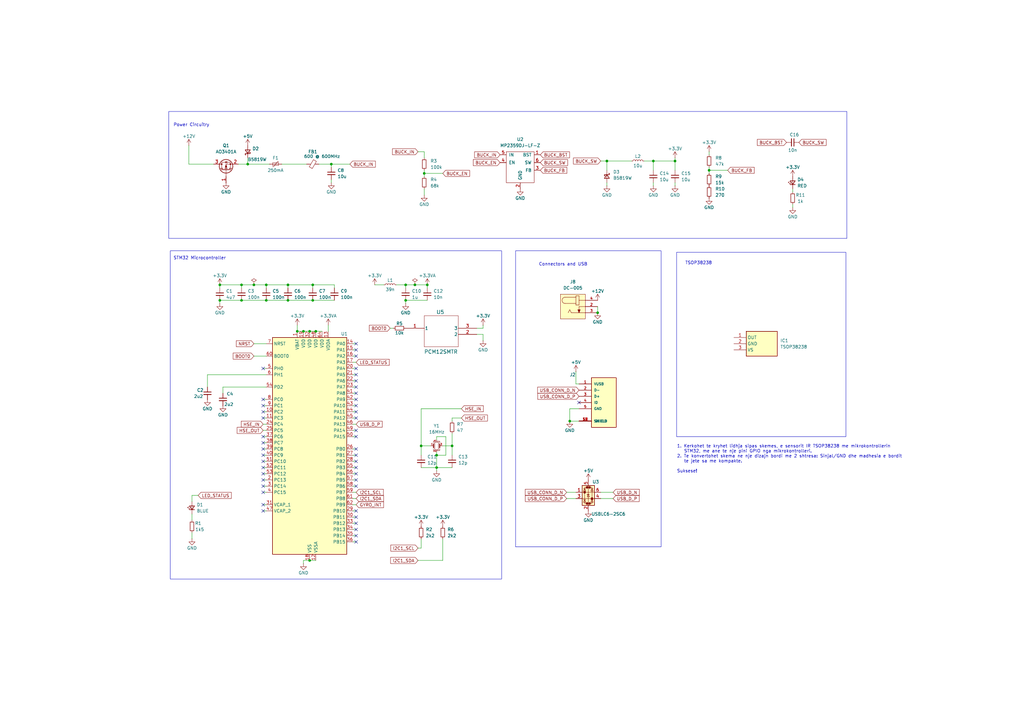
<source format=kicad_sch>
(kicad_sch (version 20231120) (generator "eeschema") (generator_version "8.0")
  (paper "A3")
  (lib_symbols
    (symbol "10118193-0001LF:10118193-0001LF" (pin_names (offset 1.016))
      (property "Reference" "J" (at -5.0817 10.9286 0))
      (property "Value" "10118193-0001LF" (at -5.0819 -12.7097 0))
      (symbol "10118193-0001LF_0_0"
        (pin passive line (at -10.16 7.62 0) (length 5.08) (name "VUSB") (number "1"))
        (pin passive line (at -10.16 5.08 0) (length 5.08) (name "D-") (number "2"))
        (pin passive line (at -10.16 2.54 0) (length 5.08) (name "D+") (number "3"))
        (pin passive line (at -10.16 0 0) (length 5.08) (name "ID") (number "4"))
        (pin passive line (at -10.16 -2.54 0) (length 5.08) (name "GND") (number "5"))
        (pin passive line (at -10.16 -7.62 0) (length 5.08) (name "SHIELD") (number "S1"))
        (pin passive line (at -10.16 -7.62 0) (length 5.08) (name "SHIELD") (number "S2"))
        (pin passive line (at -10.16 -7.62 0) (length 5.08) (name "SHIELD") (number "S3"))
        (pin passive line (at -10.16 -7.62 0) (length 5.08) (name "SHIELD") (number "S4"))
        (pin passive line (at -10.16 -7.62 0) (length 5.08) (name "SHIELD") (number "S5"))
        (pin passive line (at -10.16 -7.62 0) (length 5.08) (name "SHIELD") (number "S6"))
      )
    )
    (symbol "2024-11-09_23-25-21:PCM12SMTR" (pin_names (offset 0.254))
      (property "Reference" "U5" (at 20.32 10.16 0))
      (property "Value" "PCM12SMTR" (at 20.32 7.62 0))
      (symbol "PCM12SMTR_1_1"
        (pin unspecified line (at 0 0 0) (length 7.62) (name "1") (number "1"))
        (pin unspecified line (at 29.21 -2.54 180) (length 7.62) (name "2") (number "2"))
        (pin unspecified line (at 29.21 0 180) (length 7.62) (name "3") (number "3"))
      )
    )
    (symbol "DC-005:DC-005" (pin_names (offset 1.016))
      (property "Reference" "J" (at -5.0943 5.5976 0))
      (property "Value" "DC-005" (at -5.0995 -7.6398 0))
      (symbol "DC-005_0_0"
        (pin passive line (at 10.16 0 180) (length 5.08) (name "~") (number "2"))
        (pin passive line (at 10.16 -2.54 180) (length 5.08) (name "~") (number "3"))
        (pin passive line (at 10.16 2.54 180) (length 5.08) (name "~") (number "4"))
      )
    )
    (symbol "Device:C_Small" (pin_numbers hide) (pin_names (offset 0.254) hide)
      (property "Reference" "C" (at 0.254 1.778 0))
      (property "Value" "C_Small" (at 0.254 -2.032 0))
      (symbol "C_Small_1_1"
        (pin passive line (at 0 2.54 270) (length 2.032) (name "~") (number "1"))
        (pin passive line (at 0 -2.54 90) (length 2.032) (name "~") (number "2"))
      )
    )
    (symbol "Device:Crystal_GND24_Small" (pin_names (offset 1.016) hide)
      (property "Reference" "Y" (at 1.27 4.445 0))
      (property "Value" "Crystal_GND24_Small" (at 1.27 2.54 0))
      (symbol "Crystal_GND24_Small_1_1"
        (pin passive line (at -2.54 0 0) (length 1.27) (name "1") (number "1"))
        (pin passive line (at 0 -2.54 90) (length 0.635) (name "2") (number "2"))
        (pin passive line (at 2.54 0 180) (length 1.27) (name "3") (number "3"))
        (pin passive line (at 0 2.54 270) (length 0.635) (name "4") (number "4"))
      )
    )
    (symbol "Device:D_Schottky_Small" (pin_numbers hide) (pin_names (offset 0.254) hide)
      (property "Reference" "D" (at -1.27 2.032 0))
      (property "Value" "D_Schottky_Small" (at -7.112 -2.032 0))
      (symbol "D_Schottky_Small_1_1"
        (pin passive line (at -2.54 0 0) (length 1.778) (name "K") (number "1"))
        (pin passive line (at 2.54 0 180) (length 1.778) (name "A") (number "2"))
      )
    )
    (symbol "Device:Ferrite_Bead_Small" (pin_numbers hide) (pin_names (offset 0))
      (property "Reference" "FB" (at 1.905 1.27 0))
      (property "Value" "Device_Ferrite_Bead_Small" (at 1.905 -1.27 0))
      (symbol "Ferrite_Bead_Small_1_1"
        (pin passive line (at 0 2.54 270) (length 1.27) (name "~") (number "1"))
        (pin passive line (at 0 -2.54 90) (length 1.27) (name "~") (number "2"))
      )
    )
    (symbol "Device:LED_Small" (pin_numbers hide) (pin_names (offset 0.254) hide)
      (property "Reference" "D" (at -1.27 3.175 0))
      (property "Value" "LED_Small" (at -4.445 -2.54 0))
      (symbol "LED_Small_1_1"
        (pin passive line (at -2.54 0 0) (length 1.778) (name "K") (number "1"))
        (pin passive line (at 2.54 0 180) (length 1.778) (name "A") (number "2"))
      )
    )
    (symbol "Device:L_Small" (pin_numbers hide) (pin_names (offset 0.254) hide)
      (property "Reference" "L" (at 0.762 1.016 0))
      (property "Value" "L_Small" (at 0.762 -1.016 0))
      (symbol "L_Small_1_1"
        (pin passive line (at 0 2.54 270) (length 0.508) (name "~") (number "1"))
        (pin passive line (at 0 -2.54 90) (length 0.508) (name "~") (number "2"))
      )
    )
    (symbol "Device:Polyfuse_Small" (pin_numbers hide) (pin_names (offset 0))
      (property "Reference" "F" (at -1.905 0 90))
      (property "Value" "Polyfuse_Small" (at 1.905 0 90))
      (symbol "Polyfuse_Small_1_1"
        (pin passive line (at 0 2.54 270) (length 0.635) (name "~") (number "1"))
        (pin passive line (at 0 -2.54 90) (length 0.635) (name "~") (number "2"))
      )
    )
    (symbol "Device:R_Small" (pin_numbers hide) (pin_names (offset 0.254) hide)
      (property "Reference" "R" (at 0.762 0.508 0))
      (property "Value" "R_Small" (at 0.762 -1.016 0))
      (symbol "R_Small_1_1"
        (pin passive line (at 0 2.54 270) (length 0.762) (name "~") (number "1"))
        (pin passive line (at 0 -2.54 90) (length 0.762) (name "~") (number "2"))
      )
    )
    (symbol "MCU_ST_STM32F4:STM32F405RGTx"
      (property "Reference" "U1" (at 14.224 47.244 0))
      (property "Value" "STM32F405RGT6" (at 12.7 -44.45 0))
      (symbol "STM32F405RGTx_1_1"
        (pin power_in line (at -5.08 48.26 270) (length 2.54) (name "VBAT") (number "1"))
        (pin bidirectional line (at -17.78 15.24 0) (length 2.54) (name "PC2") (number "10"))
        (pin bidirectional line (at -17.78 12.7 0) (length 2.54) (name "PC3") (number "11"))
        (pin power_in line (at 2.54 -45.72 90) (length 2.54) (name "VSSA") (number "12"))
        (pin power_in line (at 7.62 48.26 270) (length 2.54) (name "VDDA") (number "13"))
        (pin bidirectional line (at 17.78 43.18 180) (length 2.54) (name "PA0") (number "14"))
        (pin bidirectional line (at 17.78 40.64 180) (length 2.54) (name "PA1") (number "15"))
        (pin bidirectional line (at 17.78 38.1 180) (length 2.54) (name "PA2") (number "16"))
        (pin bidirectional line (at 17.78 35.56 180) (length 2.54) (name "PA3") (number "17"))
        (pin power_in line (at 0 -45.72 90) (length 2.54) (name "VSS") (number "18"))
        (pin power_in line (at -2.54 48.26 270) (length 2.54) (name "VDD") (number "19"))
        (pin bidirectional line (at -17.78 -12.7 0) (length 2.54) (name "PC13") (number "2"))
        (pin bidirectional line (at 17.78 33.02 180) (length 2.54) (name "PA4") (number "20"))
        (pin bidirectional line (at 17.78 30.48 180) (length 2.54) (name "PA5") (number "21"))
        (pin bidirectional line (at 17.78 27.94 180) (length 2.54) (name "PA6") (number "22"))
        (pin bidirectional line (at 17.78 25.4 180) (length 2.54) (name "PA7") (number "23"))
        (pin bidirectional line (at -17.78 10.16 0) (length 2.54) (name "PC4") (number "24"))
        (pin bidirectional line (at -17.78 7.62 0) (length 2.54) (name "PC5") (number "25"))
        (pin bidirectional line (at 17.78 0 180) (length 2.54) (name "PB0") (number "26"))
        (pin bidirectional line (at 17.78 -2.54 180) (length 2.54) (name "PB1") (number "27"))
        (pin bidirectional line (at 17.78 -5.08 180) (length 2.54) (name "PB2") (number "28"))
        (pin bidirectional line (at 17.78 -25.4 180) (length 2.54) (name "PB10") (number "29"))
        (pin bidirectional line (at -17.78 -15.24 0) (length 2.54) (name "PC14") (number "3"))
        (pin bidirectional line (at 17.78 -27.94 180) (length 2.54) (name "PB11") (number "30"))
        (pin power_out line (at -17.78 -22.86 0) (length 2.54) (name "VCAP_1") (number "31"))
        (pin power_in line (at 0 48.26 270) (length 2.54) (name "VDD") (number "32"))
        (pin bidirectional line (at 17.78 -30.48 180) (length 2.54) (name "PB12") (number "33"))
        (pin bidirectional line (at 17.78 -33.02 180) (length 2.54) (name "PB13") (number "34"))
        (pin bidirectional line (at 17.78 -35.56 180) (length 2.54) (name "PB14") (number "35"))
        (pin bidirectional line (at 17.78 -38.1 180) (length 2.54) (name "PB15") (number "36"))
        (pin bidirectional line (at -17.78 5.08 0) (length 2.54) (name "PC6") (number "37"))
        (pin bidirectional line (at -17.78 2.54 0) (length 2.54) (name "PC7") (number "38"))
        (pin bidirectional line (at -17.78 0 0) (length 2.54) (name "PC8") (number "39"))
        (pin bidirectional line (at -17.78 -17.78 0) (length 2.54) (name "PC15") (number "4"))
        (pin bidirectional line (at -17.78 -2.54 0) (length 2.54) (name "PC9") (number "40"))
        (pin bidirectional line (at 17.78 22.86 180) (length 2.54) (name "PA8") (number "41"))
        (pin bidirectional line (at 17.78 20.32 180) (length 2.54) (name "PA9") (number "42"))
        (pin bidirectional line (at 17.78 17.78 180) (length 2.54) (name "PA10") (number "43"))
        (pin bidirectional line (at 17.78 15.24 180) (length 2.54) (name "PA11") (number "44"))
        (pin bidirectional line (at 17.78 12.7 180) (length 2.54) (name "PA12") (number "45"))
        (pin bidirectional line (at 17.78 10.16 180) (length 2.54) (name "PA13") (number "46"))
        (pin power_out line (at -17.78 -25.4 0) (length 2.54) (name "VCAP_2") (number "47"))
        (pin power_in line (at 2.54 48.26 270) (length 2.54) (name "VDD") (number "48"))
        (pin bidirectional line (at 17.78 7.62 180) (length 2.54) (name "PA14") (number "49"))
        (pin bidirectional line (at -17.78 33.02 0) (length 2.54) (name "PH0") (number "5"))
        (pin bidirectional line (at 17.78 5.08 180) (length 2.54) (name "PA15") (number "50"))
        (pin bidirectional line (at -17.78 -5.08 0) (length 2.54) (name "PC10") (number "51"))
        (pin bidirectional line (at -17.78 -7.62 0) (length 2.54) (name "PC11") (number "52"))
        (pin bidirectional line (at -17.78 -10.16 0) (length 2.54) (name "PC12") (number "53"))
        (pin bidirectional line (at -17.78 25.4 0) (length 2.54) (name "PD2") (number "54"))
        (pin bidirectional line (at 17.78 -7.62 180) (length 2.54) (name "PB3") (number "55"))
        (pin bidirectional line (at 17.78 -10.16 180) (length 2.54) (name "PB4") (number "56"))
        (pin bidirectional line (at 17.78 -12.7 180) (length 2.54) (name "PB5") (number "57"))
        (pin bidirectional line (at 17.78 -15.24 180) (length 2.54) (name "PB6") (number "58"))
        (pin bidirectional line (at 17.78 -17.78 180) (length 2.54) (name "PB7") (number "59"))
        (pin bidirectional line (at -17.78 30.48 0) (length 2.54) (name "PH1") (number "6"))
        (pin input line (at -17.78 38.1 0) (length 2.54) (name "BOOT0") (number "60"))
        (pin bidirectional line (at 17.78 -20.32 180) (length 2.54) (name "PB8") (number "61"))
        (pin bidirectional line (at 17.78 -22.86 180) (length 2.54) (name "PB9") (number "62"))
        (pin passive line (at 0 -45.72 90) (length 2.54) hide (name "VSS") (number "63"))
        (pin power_in line (at 5.08 48.26 270) (length 2.54) (name "VDD") (number "64"))
        (pin input line (at -17.78 43.18 0) (length 2.54) (name "NRST") (number "7"))
        (pin bidirectional line (at -17.78 20.32 0) (length 2.54) (name "PC0") (number "8"))
        (pin bidirectional line (at -17.78 17.78 0) (length 2.54) (name "PC1") (number "9"))
      )
    )
    (symbol "Power_Protection:USBLC6-2SC6" (pin_names hide)
      (property "Reference" "U" (at 0.635 5.715 0))
      (property "Value" "USBLC6-2SC6" (at 0.635 3.81 0))
      (symbol "USBLC6-2SC6_1_1"
        (pin passive line (at -5.08 0 0) (length 2.54) (name "I/O1") (number "1"))
        (pin passive line (at 0 -7.62 90) (length 2.54) (name "GND") (number "2"))
        (pin passive line (at -5.08 -2.54 0) (length 2.54) (name "I/O2") (number "3"))
        (pin passive line (at 5.08 -2.54 180) (length 2.54) (name "I/O2") (number "4"))
        (pin passive line (at 0 5.08 270) (length 2.54) (name "VBUS") (number "5"))
        (pin passive line (at 5.08 0 180) (length 2.54) (name "I/O1") (number "6"))
      )
    )
    (symbol "SchmillipKiCADLibrary:MP2359DJ-LF-Z" (pin_names (offset 1.016))
      (property "Reference" "U" (at 0 9.525 0))
      (property "Value" "SchmillipKiCADLibrary_MP2359DJ-LF-Z" (at 10.16 -6.35 0))
      (symbol "MP2359DJ-LF-Z_1_1"
        (pin input line (at 8.255 6.35 180) (length 2.54) (name "BST") (number "1"))
        (pin power_in line (at 0 -7.62 90) (length 2.54) (name "GND") (number "2"))
        (pin input line (at 8.255 0 180) (length 2.54) (name "FB") (number "3"))
        (pin input line (at -8.255 3.175 0) (length 2.54) (name "EN") (number "4"))
        (pin power_in line (at -8.255 6.35 0) (length 2.54) (name "IN") (number "5"))
        (pin power_out line (at 8.255 3.175 180) (length 2.54) (name "SW") (number "6"))
      )
    )
    (symbol "TSOP38238:TSOP38238"
      (property "Reference" "IC" (at 19.05 7.62 0))
      (property "Value" "TSOP38238" (at 19.05 5.08 0))
      (symbol "TSOP38238_1_1"
        (pin passive line (at 0 0 0) (length 5.08) (name "OUT") (number "1"))
        (pin passive line (at 0 -2.54 0) (length 5.08) (name "GND") (number "2"))
        (pin passive line (at 0 -5.08 0) (length 5.08) (name "VS") (number "3"))
      )
    )
    (symbol "Transistor_FET:AO3401A" (pin_names hide)
      (property "Reference" "Q" (at 5.08 1.905 0))
      (property "Value" "AO3401A" (at 5.08 0 0))
      (symbol "AO3401A_1_1"
        (pin input line (at -5.08 0 0) (length 2.54) (name "G") (number "1"))
        (pin passive line (at 2.54 -5.08 90) (length 2.54) (name "S") (number "2"))
        (pin passive line (at 2.54 5.08 270) (length 2.54) (name "D") (number "3"))
      )
    )
    (symbol "power:+12V" (power) (pin_numbers hide) (pin_names (offset 0) hide)
      (property "Value" "+12V" (at 0 3.556 0))
      (symbol "+12V_1_1"
        (pin power_in line (at 0 0 90) (length 0) (name "~") (number "1"))
      )
    )
    (symbol "power:+3.3V" (power) (pin_numbers hide) (pin_names (offset 0) hide)
      (property "Value" "+3.3V" (at 0 3.556 0))
      (symbol "+3.3V_1_1"
        (pin power_in line (at 0 0 90) (length 0) (name "~") (number "1"))
      )
    )
    (symbol "power:+3.3VA" (power) (pin_numbers hide) (pin_names (offset 0) hide)
      (property "Value" "+3.3VA" (at 0 3.556 0))
      (symbol "+3.3VA_1_1"
        (pin power_in line (at 0 0 90) (length 0) (name "~") (number "1"))
      )
    )
    (symbol "power:+5V" (power) (pin_numbers hide) (pin_names (offset 0) hide)
      (property "Value" "+5V" (at 0 3.556 0))
      (symbol "+5V_1_1"
        (pin power_in line (at 0 0 90) (length 0) (name "~") (number "1"))
      )
    )
    (symbol "power:GND" (power) (pin_numbers hide) (pin_names (offset 0) hide)
      (property "Value" "GND" (at 0 -3.81 0))
      (symbol "GND_1_1"
        (pin power_in line (at 0 0 270) (length 0) (name "~") (number "1"))
      )
    )
    (symbol "power:PWR_FLAG" (power) (pin_numbers hide) (pin_names (offset 0) hide)
      (property "Value" "PWR_FLAG" (at 0 3.81 0))
      (symbol "PWR_FLAG_0_0"
        (pin power_out line (at 0 0 90) (length 0) (name "~") (number "1"))
      )
    )
  )
  (junction (at 129.54 135.89))
  (junction (at 99.06 123.19))
  (junction (at 172.72 182.88))
  (junction (at 90.17 123.19))
  (junction (at 179.07 191.77))
  (junction (at 127 229.87))
  (junction (at 173.99 71.12))
  (junction (at 175.26 116.84))
  (junction (at 267.97 66.04))
  (junction (at 166.37 123.19))
  (junction (at 248.92 66.04))
  (junction (at 170.18 116.84))
  (junction (at 233.68 172.72))
  (junction (at 109.22 116.84))
  (junction (at 101.6 67.31))
  (junction (at 118.11 116.84))
  (junction (at 104.14 116.84))
  (junction (at 99.06 116.84))
  (junction (at 290.83 69.85))
  (junction (at 276.86 66.04))
  (junction (at 109.22 123.19))
  (junction (at 135.89 67.31))
  (junction (at 90.17 116.84))
  (junction (at 166.37 116.84))
  (junction (at 124.46 135.89))
  (junction (at 245.11 128.27))
  (junction (at 127 135.89))
  (junction (at 128.27 123.19))
  (junction (at 128.27 116.84))
  (junction (at 118.11 123.19))
  (junction (at 179.07 186.69))
  (junction (at 121.92 135.89))
  (junction (at 185.42 182.88))
  (no_connect (at 146.05 166.37))
  (no_connect (at 107.95 166.37))
  (no_connect (at 107.95 189.23))
  (no_connect (at 146.05 156.21))
  (no_connect (at 107.95 199.39))
  (no_connect (at 107.95 196.85))
  (no_connect (at 107.95 201.93))
  (no_connect (at 107.95 186.69))
  (no_connect (at 146.05 143.51))
  (no_connect (at 146.05 158.75))
  (no_connect (at 146.05 194.31))
  (no_connect (at 107.95 207.01))
  (no_connect (at 107.95 194.31))
  (no_connect (at 146.05 179.07))
  (no_connect (at 107.95 171.45))
  (no_connect (at 146.05 212.09))
  (no_connect (at 146.05 217.17))
  (no_connect (at 146.05 184.15))
  (no_connect (at 107.95 168.91))
  (no_connect (at 146.05 219.71))
  (no_connect (at 107.95 179.07))
  (no_connect (at 146.05 189.23))
  (no_connect (at 107.95 209.55))
  (no_connect (at 146.05 146.05))
  (no_connect (at 146.05 214.63))
  (no_connect (at 107.95 184.15))
  (no_connect (at 146.05 163.83))
  (no_connect (at 146.05 176.53))
  (no_connect (at 107.95 151.13))
  (no_connect (at 107.95 181.61))
  (no_connect (at 146.05 161.29))
  (no_connect (at 146.05 186.69))
  (no_connect (at 146.05 222.25))
  (no_connect (at 146.05 209.55))
  (no_connect (at 146.05 196.85))
  (no_connect (at 146.05 140.97))
  (no_connect (at 107.95 191.77))
  (no_connect (at 146.05 171.45))
  (no_connect (at 146.05 153.67))
  (no_connect (at 146.05 191.77))
  (no_connect (at 146.05 151.13))
  (no_connect (at 107.95 163.83))
  (no_connect (at 237.49 165.1))
  (no_connect (at 146.05 168.91))
  (no_connect (at 146.05 199.39))
  (wire (pts (xy 144.78 153.67) (xy 146.05 153.67)))
  (wire (pts (xy 107.95 201.93) (xy 109.22 201.93)))
  (wire (pts (xy 107.95 163.83) (xy 109.22 163.83)))
  (wire (pts (xy 107.95 207.01) (xy 109.22 207.01)))
  (wire (pts (xy 172.72 167.64) (xy 172.72 182.88)))
  (wire (pts (xy 90.17 116.84) (xy 90.17 118.11)))
  (wire (pts (xy 179.07 180.34) (xy 179.07 179.07)))
  (wire (pts (xy 185.42 177.8) (xy 185.42 182.88)))
  (wire (pts (xy 99.06 116.84) (xy 104.14 116.84)))
  (wire (pts (xy 146.05 161.29) (xy 144.78 161.29)))
  (wire (pts (xy 128.27 118.11) (xy 128.27 116.84)))
  (wire (pts (xy 146.05 163.83) (xy 144.78 163.83)))
  (wire (pts (xy 175.26 116.84) (xy 170.18 116.84)))
  (wire (pts (xy 146.05 148.59) (xy 144.78 148.59)))
  (wire (pts (xy 237.49 167.64) (xy 233.68 167.64)))
  (wire (pts (xy 121.92 135.89) (xy 124.46 135.89)))
  (wire (pts (xy 166.37 116.84) (xy 162.56 116.84)))
  (wire (pts (xy 107.95 171.45) (xy 109.22 171.45)))
  (wire (pts (xy 107.95 199.39) (xy 109.22 199.39)))
  (wire (pts (xy 107.95 196.85) (xy 109.22 196.85)))
  (wire (pts (xy 77.47 59.69) (xy 77.47 67.31)))
  (wire (pts (xy 290.83 63.5) (xy 290.83 62.23)))
  (wire (pts (xy 146.05 209.55) (xy 144.78 209.55)))
  (wire (pts (xy 90.17 124.46) (xy 90.17 123.19)))
  (wire (pts (xy 81.28 203.2) (xy 78.74 203.2)))
  (wire (pts (xy 135.89 68.58) (xy 135.89 67.31)))
  (wire (pts (xy 233.68 172.72) (xy 237.49 172.72)))
  (wire (pts (xy 90.17 123.19) (xy 99.06 123.19)))
  (wire (pts (xy 107.95 181.61) (xy 109.22 181.61)))
  (wire (pts (xy 109.22 123.19) (xy 118.11 123.19)))
  (wire (pts (xy 290.83 69.85) (xy 290.83 71.12)))
  (wire (pts (xy 146.05 207.01) (xy 144.78 207.01)))
  (wire (pts (xy 179.07 193.04) (xy 179.07 191.77)))
  (wire (pts (xy 99.06 118.11) (xy 99.06 116.84)))
  (wire (pts (xy 173.99 71.12) (xy 173.99 69.85)))
  (wire (pts (xy 146.05 171.45) (xy 144.78 171.45)))
  (wire (pts (xy 107.95 179.07) (xy 109.22 179.07)))
  (wire (pts (xy 78.74 213.36) (xy 78.74 210.82)))
  (wire (pts (xy 198.12 137.16) (xy 195.58 137.16)))
  (wire (pts (xy 124.46 231.14) (xy 124.46 229.87)))
  (wire (pts (xy 248.92 69.85) (xy 248.92 66.04)))
  (wire (pts (xy 185.42 171.45) (xy 185.42 172.72)))
  (wire (pts (xy 248.92 66.04) (xy 246.38 66.04)))
  (wire (pts (xy 109.22 118.11) (xy 109.22 116.84)))
  (wire (pts (xy 181.61 71.12) (xy 173.99 71.12)))
  (wire (pts (xy 144.78 151.13) (xy 146.05 151.13)))
  (wire (pts (xy 91.44 161.29) (xy 91.44 158.75)))
  (wire (pts (xy 146.05 196.85) (xy 144.78 196.85)))
  (wire (pts (xy 146.05 184.15) (xy 144.78 184.15)))
  (wire (pts (xy 195.58 134.62) (xy 198.12 134.62)))
  (wire (pts (xy 104.14 146.05) (xy 109.22 146.05)))
  (wire (pts (xy 146.05 217.17) (xy 144.78 217.17)))
  (wire (pts (xy 325.12 78.74) (xy 325.12 77.47)))
  (wire (pts (xy 181.61 182.88) (xy 185.42 182.88)))
  (wire (pts (xy 171.45 229.87) (xy 181.61 229.87)))
  (wire (pts (xy 276.86 64.77) (xy 276.86 66.04)))
  (wire (pts (xy 107.95 173.99) (xy 109.22 173.99)))
  (wire (pts (xy 245.11 125.73) (xy 245.11 128.27)))
  (wire (pts (xy 110.49 67.31) (xy 101.6 67.31)))
  (wire (pts (xy 173.99 80.01) (xy 173.99 77.47)))
  (wire (pts (xy 246.38 204.47) (xy 251.46 204.47)))
  (wire (pts (xy 146.05 199.39) (xy 144.78 199.39)))
  (wire (pts (xy 179.07 185.42) (xy 179.07 186.69)))
  (wire (pts (xy 107.95 166.37) (xy 109.22 166.37)))
  (wire (pts (xy 99.06 123.19) (xy 109.22 123.19)))
  (wire (pts (xy 146.05 222.25) (xy 144.78 222.25)))
  (wire (pts (xy 182.88 179.07) (xy 182.88 186.69)))
  (wire (pts (xy 181.61 229.87) (xy 181.61 220.98)))
  (wire (pts (xy 146.05 191.77) (xy 144.78 191.77)))
  (wire (pts (xy 87.63 67.31) (xy 77.47 67.31)))
  (wire (pts (xy 107.95 189.23) (xy 109.22 189.23)))
  (wire (pts (xy 146.05 194.31) (xy 144.78 194.31)))
  (wire (pts (xy 290.83 69.85) (xy 290.83 68.58)))
  (wire (pts (xy 179.07 186.69) (xy 179.07 191.77)))
  (wire (pts (xy 276.86 66.04) (xy 267.97 66.04)))
  (wire (pts (xy 90.17 116.84) (xy 99.06 116.84)))
  (wire (pts (xy 104.14 140.97) (xy 109.22 140.97)))
  (wire (pts (xy 107.95 168.91) (xy 109.22 168.91)))
  (wire (pts (xy 124.46 135.89) (xy 127 135.89)))
  (wire (pts (xy 85.09 158.75) (xy 85.09 153.67)))
  (wire (pts (xy 128.27 123.19) (xy 137.16 123.19)))
  (wire (pts (xy 109.22 116.84) (xy 118.11 116.84)))
  (wire (pts (xy 146.05 166.37) (xy 144.78 166.37)))
  (wire (pts (xy 171.45 224.79) (xy 172.72 224.79)))
  (wire (pts (xy 143.51 67.31) (xy 135.89 67.31)))
  (wire (pts (xy 276.86 69.85) (xy 276.86 66.04)))
  (wire (pts (xy 170.18 116.84) (xy 166.37 116.84)))
  (wire (pts (xy 85.09 153.67) (xy 109.22 153.67)))
  (wire (pts (xy 97.79 67.31) (xy 101.6 67.31)))
  (wire (pts (xy 118.11 118.11) (xy 118.11 116.84)))
  (wire (pts (xy 78.74 220.98) (xy 78.74 218.44)))
  (wire (pts (xy 236.22 157.48) (xy 237.49 157.48)))
  (wire (pts (xy 134.62 133.35) (xy 134.62 135.89)))
  (wire (pts (xy 146.05 168.91) (xy 144.78 168.91)))
  (wire (pts (xy 276.86 76.2) (xy 276.86 74.93)))
  (wire (pts (xy 146.05 186.69) (xy 144.78 186.69)))
  (wire (pts (xy 171.45 62.23) (xy 173.99 62.23)))
  (wire (pts (xy 160.02 134.62) (xy 161.29 134.62)))
  (wire (pts (xy 172.72 167.64) (xy 189.23 167.64)))
  (wire (pts (xy 144.78 146.05) (xy 146.05 146.05)))
  (wire (pts (xy 107.95 176.53) (xy 109.22 176.53)))
  (wire (pts (xy 173.99 72.39) (xy 173.99 71.12)))
  (wire (pts (xy 182.88 186.69) (xy 179.07 186.69)))
  (wire (pts (xy 259.08 66.04) (xy 248.92 66.04)))
  (wire (pts (xy 233.68 167.64) (xy 233.68 172.72)))
  (wire (pts (xy 179.07 191.77) (xy 185.42 191.77)))
  (wire (pts (xy 78.74 203.2) (xy 78.74 205.74)))
  (wire (pts (xy 267.97 76.2) (xy 267.97 74.93)))
  (wire (pts (xy 298.45 69.85) (xy 290.83 69.85)))
  (wire (pts (xy 107.95 186.69) (xy 109.22 186.69)))
  (wire (pts (xy 179.07 179.07) (xy 182.88 179.07)))
  (wire (pts (xy 236.22 152.4) (xy 236.22 157.48)))
  (wire (pts (xy 101.6 64.77) (xy 101.6 67.31)))
  (wire (pts (xy 118.11 116.84) (xy 128.27 116.84)))
  (wire (pts (xy 107.95 209.55) (xy 109.22 209.55)))
  (wire (pts (xy 144.78 143.51) (xy 146.05 143.51)))
  (wire (pts (xy 198.12 134.62) (xy 198.12 133.35)))
  (wire (pts (xy 246.38 201.93) (xy 251.46 201.93)))
  (wire (pts (xy 91.44 158.75) (xy 109.22 158.75)))
  (wire (pts (xy 172.72 186.69) (xy 172.72 182.88)))
  (wire (pts (xy 232.41 204.47) (xy 236.22 204.47)))
  (wire (pts (xy 127 135.89) (xy 129.54 135.89)))
  (wire (pts (xy 118.11 123.19) (xy 128.27 123.19)))
  (wire (pts (xy 146.05 212.09) (xy 144.78 212.09)))
  (wire (pts (xy 146.05 176.53) (xy 144.78 176.53)))
  (wire (pts (xy 166.37 124.46) (xy 166.37 123.19)))
  (wire (pts (xy 232.41 201.93) (xy 236.22 201.93)))
  (wire (pts (xy 173.99 62.23) (xy 173.99 64.77)))
  (wire (pts (xy 325.12 85.09) (xy 325.12 83.82)))
  (wire (pts (xy 127 229.87) (xy 129.54 229.87)))
  (wire (pts (xy 129.54 135.89) (xy 132.08 135.89)))
  (wire (pts (xy 146.05 214.63) (xy 144.78 214.63)))
  (wire (pts (xy 146.05 173.99) (xy 144.78 173.99)))
  (wire (pts (xy 166.37 123.19) (xy 175.26 123.19)))
  (wire (pts (xy 124.46 229.87) (xy 127 229.87)))
  (wire (pts (xy 146.05 158.75) (xy 144.78 158.75)))
  (wire (pts (xy 107.95 194.31) (xy 109.22 194.31)))
  (wire (pts (xy 146.05 140.97) (xy 144.78 140.97)))
  (wire (pts (xy 175.26 118.11) (xy 175.26 116.84)))
  (wire (pts (xy 172.72 224.79) (xy 172.72 220.98)))
  (wire (pts (xy 189.23 171.45) (xy 185.42 171.45)))
  (wire (pts (xy 153.67 116.84) (xy 157.48 116.84)))
  (wire (pts (xy 146.05 201.93) (xy 144.78 201.93)))
  (wire (pts (xy 146.05 189.23) (xy 144.78 189.23)))
  (wire (pts (xy 267.97 66.04) (xy 264.16 66.04)))
  (wire (pts (xy 172.72 182.88) (xy 176.53 182.88)))
  (wire (pts (xy 135.89 67.31) (xy 130.81 67.31)))
  (wire (pts (xy 146.05 156.21) (xy 144.78 156.21)))
  (wire (pts (xy 107.95 151.13) (xy 109.22 151.13)))
  (wire (pts (xy 137.16 116.84) (xy 137.16 118.11)))
  (wire (pts (xy 146.05 204.47) (xy 144.78 204.47)))
  (wire (pts (xy 107.95 191.77) (xy 109.22 191.77)))
  (wire (pts (xy 248.92 76.2) (xy 248.92 74.93)))
  (wire (pts (xy 179.07 191.77) (xy 172.72 191.77)))
  (wire (pts (xy 267.97 69.85) (xy 267.97 66.04)))
  (wire (pts (xy 121.92 133.35) (xy 121.92 135.89)))
  (wire (pts (xy 104.14 116.84) (xy 109.22 116.84)))
  (wire (pts (xy 146.05 179.07) (xy 144.78 179.07)))
  (wire (pts (xy 135.89 74.93) (xy 135.89 73.66)))
  (wire (pts (xy 107.95 184.15) (xy 109.22 184.15)))
  (wire (pts (xy 146.05 219.71) (xy 144.78 219.71)))
  (wire (pts (xy 166.37 118.11) (xy 166.37 116.84)))
  (wire (pts (xy 185.42 186.69) (xy 185.42 182.88)))
  (wire (pts (xy 115.57 67.31) (xy 125.73 67.31)))
  (wire (pts (xy 128.27 116.84) (xy 137.16 116.84)))
  (wire (pts (xy 198.12 139.7) (xy 198.12 137.16)))
  (rectangle (start 69.215 45.72) (end 347.345 97.79))
  (rectangle (start 277.495 103.505) (end 346.964 179.07))
  (rectangle (start 211.455 102.87) (end 271.145 224.282))
  (rectangle (start 69.85 102.87) (end 205.74 237.49))
  (text "TSOP38238" (at 286.512 107.95 0) (effects (font (size 1.27 1.27))))
  (text "STM32 Microcontroller" (at 71.12 106.68 0) (effects (font (size 1.27 1.27)) (justify left bottom)))
  (text "Connectors and USB" (at 220.98 109.22 0) (effects (font (size 1.27 1.27)) (justify left bottom)))
  (text "Power Circuitry" (at 71.12 52.07 0) (effects (font (size 1.27 1.27)) (justify left bottom)))
  (text "1. Kerkohet te kryhet lidhja sipas skemes, e sensorit IR TSOP38238 me mikrokontrollerin\n   STM32, me ane te nje pini GPIO nga mikrokontrolleri.\n2. Te konvertohet skema ne nje dizajn bordi me 2 shtresa: Sinjal/GND dhe madhesia e bordit\n   te jete sa me kompakte.\n\nSuksese!" (at 277.622 188.214 0) (effects (font (size 1.27 1.27)) (justify left)))
  (global_label "BUCK_SW" (shape input) (at 327.66 58.42 0) (property "Intersheetrefs" "${INTERSHEET_REFS}" (effects (hide yes))))
  (global_label "I2C1_SDA" (shape input) (at 171.45 229.87 180) (property "Intersheetrefs" "${INTERSHEET_REFS}" (effects (hide yes))))
  (global_label "USB_D_N" (shape input) (at 251.46 201.93 0) (property "Intersheetrefs" "${INTERSHEET_REFS}" (effects (hide yes))))
  (global_label "BOOT0" (shape input) (at 160.02 134.62 180) (property "Intersheetrefs" "${INTERSHEET_REFS}" (effects (hide yes))))
  (global_label "HSE_IN" (shape input) (at 107.95 173.99 180) (property "Intersheetrefs" "${INTERSHEET_REFS}" (effects (hide yes))))
  (global_label "HSE_OUT" (shape input) (at 107.95 176.53 180) (property "Intersheetrefs" "${INTERSHEET_REFS}" (effects (hide yes))))
  (global_label "BOOT0" (shape input) (at 104.14 146.05 180) (property "Intersheetrefs" "${INTERSHEET_REFS}" (effects (hide yes))))
  (global_label "I2C1_SCL" (shape input) (at 146.05 201.93 0) (property "Intersheetrefs" "${INTERSHEET_REFS}" (effects (hide yes))))
  (global_label "BUCK_EN" (shape input) (at 181.61 71.12 0) (property "Intersheetrefs" "${INTERSHEET_REFS}" (effects (hide yes))))
  (global_label "USB_CONN_D_N" (shape input) (at 232.41 201.93 180) (property "Intersheetrefs" "${INTERSHEET_REFS}" (effects (hide yes))))
  (global_label "I2C1_SDA" (shape input) (at 146.05 204.47 0) (property "Intersheetrefs" "${INTERSHEET_REFS}" (effects (hide yes))))
  (global_label "GYRO_INT" (shape input) (at 146.05 207.01 0) (property "Intersheetrefs" "${INTERSHEET_REFS}" (effects (hide yes))))
  (global_label "USB_CONN_D_P" (shape input) (at 232.41 204.47 180) (property "Intersheetrefs" "${INTERSHEET_REFS}" (effects (hide yes))))
  (global_label "BUCK_BST" (shape input) (at 322.58 58.42 180) (property "Intersheetrefs" "${INTERSHEET_REFS}" (effects (hide yes))))
  (global_label "LED_STATUS" (shape input) (at 146.05 148.59 0) (property "Intersheetrefs" "${INTERSHEET_REFS}" (effects (hide yes))))
  (global_label "BUCK_IN" (shape input) (at 143.51 67.31 0) (property "Intersheetrefs" "${INTERSHEET_REFS}" (effects (hide yes))))
  (global_label "I2C1_SCL" (shape input) (at 171.45 224.79 180) (property "Intersheetrefs" "${INTERSHEET_REFS}" (effects (hide yes))))
  (global_label "BUCK_SW" (shape input) (at 221.615 66.675 0) (property "Intersheetrefs" "${INTERSHEET_REFS}" (effects (hide yes))))
  (global_label "HSE_IN" (shape input) (at 189.23 167.64 0) (property "Intersheetrefs" "${INTERSHEET_REFS}" (effects (hide yes))))
  (global_label "NRST" (shape input) (at 104.14 140.97 180) (property "Intersheetrefs" "${INTERSHEET_REFS}" (effects (hide yes))))
  (global_label "LED_STATUS" (shape input) (at 81.28 203.2 0) (property "Intersheetrefs" "${INTERSHEET_REFS}" (effects (hide yes))))
  (global_label "BUCK_IN" (shape input) (at 171.45 62.23 180) (property "Intersheetrefs" "${INTERSHEET_REFS}" (effects (hide yes))))
  (global_label "HSE_OUT" (shape input) (at 189.23 171.45 0) (property "Intersheetrefs" "${INTERSHEET_REFS}" (effects (hide yes))))
  (global_label "BUCK_SW" (shape input) (at 246.38 66.04 180) (property "Intersheetrefs" "${INTERSHEET_REFS}" (effects (hide yes))))
  (global_label "USB_CONN_D_P" (shape input) (at 237.49 162.56 180) (property "Intersheetrefs" "${INTERSHEET_REFS}" (effects (hide yes))))
  (global_label "BUCK_FB" (shape input) (at 221.615 69.85 0) (property "Intersheetrefs" "${INTERSHEET_REFS}" (effects (hide yes))))
  (global_label "USB_D_P" (shape input) (at 146.05 173.99 0) (property "Intersheetrefs" "${INTERSHEET_REFS}" (effects (hide yes))))
  (global_label "USB_CONN_D_N" (shape input) (at 237.49 160.02 180) (property "Intersheetrefs" "${INTERSHEET_REFS}" (effects (hide yes))))
  (global_label "USB_D_P" (shape input) (at 251.46 204.47 0) (property "Intersheetrefs" "${INTERSHEET_REFS}" (effects (hide yes))))
  (global_label "BUCK_BST" (shape input) (at 221.615 63.5 0) (property "Intersheetrefs" "${INTERSHEET_REFS}" (effects (hide yes))))
  (global_label "BUCK_EN" (shape input) (at 205.105 66.675 180) (property "Intersheetrefs" "${INTERSHEET_REFS}" (effects (hide yes))))
  (global_label "BUCK_FB" (shape input) (at 298.45 69.85 0) (property "Intersheetrefs" "${INTERSHEET_REFS}" (effects (hide yes))))
  (global_label "BUCK_IN" (shape input) (at 205.105 63.5 180) (property "Intersheetrefs" "${INTERSHEET_REFS}" (effects (hide yes))))
  (symbol (lib_id "Device:D_Schottky_Small") (at 101.6 62.23 90) (unit 1)
    (property "Reference" "D2" (at 103.505 60.96 90) (effects (justify right)))
    (property "Value" "B5819W" (at 101.6 65.405 90) (effects (justify right)))
    (property "Footprint" "Diode_SMD:D_SOD-123" (effects (hide yes)))
    (property "LCSC Part #" "C8598" (effects (hide yes)))
  )
  (symbol (lib_id "Device:C_Small") (at 325.12 58.42 270) (unit 1)
    (property "Reference" "C16" (at 323.85 55.245 90) (effects (justify left)))
    (property "Value" "10n" (at 323.215 61.595 90) (effects (justify left)))
    (property "Footprint" "Capacitor_SMD:C_0603_1608Metric" (effects (hide yes)))
    (property "LCSC Part #" "C57112" (effects (hide yes)))
  )
  (symbol (lib_id "power:GND") (at 233.68 172.72 0) (unit 1)
    (property "Reference" "#PWR027" (effects (hide yes)))
    (property "Value" "GND" (at 233.68 176.53 0))
  )
  (symbol (lib_id "Device:C_Small") (at 185.42 189.23 0) (unit 1)
    (property "Reference" "C13" (at 187.96 187.325 0) (effects (justify left)))
    (property "Value" "12p" (at 187.96 189.865 0) (effects (justify left)))
    (property "Footprint" "Capacitor_SMD:C_0402_1005Metric" (effects (hide yes)))
    (property "LCSC Part #" "C1547" (effects (hide yes)))
  )
  (symbol (lib_id "power:+3.3V") (at 90.17 116.84 0) (unit 1)
    (property "Reference" "#PWR03" (effects (hide yes)))
    (property "Value" "+3.3V" (at 90.17 113.03 0))
  )
  (symbol (lib_id "Device:C_Small") (at 137.16 120.65 0) (unit 1)
    (property "Reference" "C9" (at 139.7 119.38 0) (effects (justify left)))
    (property "Value" "100n" (at 139.7 121.92 0) (effects (justify left)))
    (property "Footprint" "Capacitor_SMD:C_0402_1005Metric" (effects (hide yes)))
    (property "LCSC Part #" "C1525" (effects (hide yes)))
  )
  (symbol (lib_id "power:GND") (at 90.17 124.46 0) (unit 1)
    (property "Reference" "#PWR04" (effects (hide yes)))
    (property "Value" "GND" (at 90.17 128.27 0))
  )
  (symbol (lib_id "Device:R_Small") (at 173.99 67.31 0) (unit 1)
    (property "Reference" "R3" (at 176.53 66.04 0) (effects (justify left)))
    (property "Value" "100k" (at 176.53 68.58 0) (effects (justify left)))
    (property "Footprint" "Resistor_SMD:R_0603_1608Metric" (effects (hide yes)))
    (property "LCSC Part #" "C25803" (effects (hide yes)))
  )
  (symbol (lib_id "power:GND") (at 248.92 76.2 0) (unit 1)
    (property "Reference" "#PWR029" (effects (hide yes)))
    (property "Value" "GND" (at 248.92 80.01 0))
  )
  (symbol (lib_id "power:+3.3V") (at 276.86 64.77 0) (unit 1)
    (property "Reference" "#PWR031" (effects (hide yes)))
    (property "Value" "+3.3V" (at 276.86 60.96 0))
  )
  (symbol (lib_id "Device:R_Small") (at 181.61 218.44 0) (unit 1)
    (property "Reference" "R6" (at 183.515 217.17 0) (effects (justify left)))
    (property "Value" "2k2" (at 183.515 219.71 0) (effects (justify left)))
    (property "Footprint" "Resistor_SMD:R_0402_1005Metric" (effects (hide yes)))
    (property "LCSC Part #" "C25879" (effects (hide yes)))
  )
  (symbol (lib_id "SchmillipKiCADLibrary:MP2359DJ-LF-Z") (at 213.36 69.85 0) (unit 1)
    (property "Reference" "U2" (at 213.36 57.15 0))
    (property "Value" "MP2359DJ-LF-Z" (at 213.36 59.69 0))
    (property "Footprint" "Package_TO_SOT_SMD:SOT-23-6" (effects (hide yes)))
    (property "LCSC Part #" "C14259" (effects (hide yes)))
  )
  (symbol (lib_id "power:GND") (at 166.37 124.46 0) (unit 1)
    (property "Reference" "#PWR014" (effects (hide yes)))
    (property "Value" "GND" (at 166.37 128.27 0))
  )
  (symbol (lib_id "Device:L_Small") (at 261.62 66.04 90) (unit 1)
    (property "Reference" "L2" (at 261.62 64.135 90))
    (property "Value" "10u" (at 261.62 67.945 90))
    (property "Footprint" "SPM6530T-100M-HZ:IND_SPM6530T-100M-HZ" (effects (hide yes)))
    (property "Description" "TDK SPM6530T-100M-HZ" (effects (hide yes)))
    (property "LCSC Part #" "C360728" (effects (hide yes)))
  )
  (symbol (lib_id "power:+12V") (at 77.47 59.69 0) (unit 1)
    (property "Reference" "#PWR01" (effects (hide yes)))
    (property "Value" "+12V" (at 77.47 55.88 0))
  )
  (symbol (lib_id "power:GND") (at 135.89 74.93 0) (unit 1)
    (property "Reference" "#PWR012" (effects (hide yes)))
    (property "Value" "GND" (at 135.89 78.74 0))
  )
  (symbol (lib_id "power:GND") (at 91.44 166.37 0) (unit 1)
    (property "Reference" "#PWR07" (effects (hide yes)))
    (property "Value" "GND" (at 91.44 170.18 0))
  )
  (symbol (lib_id "Device:C_Small") (at 128.27 120.65 0) (unit 1)
    (property "Reference" "C7" (at 130.81 119.38 0) (effects (justify left)))
    (property "Value" "100n" (at 130.81 121.92 0) (effects (justify left)))
    (property "Footprint" "Capacitor_SMD:C_0402_1005Metric" (effects (hide yes)))
    (property "LCSC Part #" "C1525" (effects (hide yes)))
  )
  (symbol (lib_id "Device:C_Small") (at 267.97 72.39 0) (unit 1)
    (property "Reference" "C14" (at 270.51 71.12 0) (effects (justify left)))
    (property "Value" "10u" (at 270.51 73.66 0) (effects (justify left)))
    (property "Footprint" "Capacitor_SMD:C_1206_3216Metric" (effects (hide yes)))
    (property "LCSC Part #" "C13585" (effects (hide yes)))
  )
  (symbol (lib_id "Device:C_Small") (at 109.22 120.65 0) (unit 1)
    (property "Reference" "C5" (at 111.76 119.38 0) (effects (justify left)))
    (property "Value" "100n" (at 111.76 121.92 0) (effects (justify left)))
    (property "Footprint" "Capacitor_SMD:C_0402_1005Metric" (effects (hide yes)))
    (property "LCSC Part #" "C1525" (effects (hide yes)))
  )
  (symbol (lib_id "Device:Polyfuse_Small") (at 113.03 67.31 270) (unit 1)
    (property "Reference" "F1" (at 113.03 64.77 90))
    (property "Value" "250mA" (at 113.03 69.85 90))
    (property "Footprint" "Fuse:Fuse_1206_3216Metric" (effects (hide yes)))
    (property "LCSC Part #" "C369159" (effects (hide yes)))
  )
  (symbol (lib_id "Device:Ferrite_Bead_Small") (at 128.27 67.31 270) (unit 1)
    (property "Reference" "FB1" (at 128.27 62.23 90))
    (property "Value" "600 @ 600MHz" (at 132.08 64.135 90))
    (property "Footprint" "Inductor_SMD:L_0805_2012Metric" (effects (hide yes)))
    (property "LCSC Part #" "C1017" (effects (hide yes)))
  )
  (symbol (lib_id "power:+5V") (at 236.22 152.4 0) (unit 1)
    (property "Reference" "#PWR028" (effects (hide yes)))
    (property "Value" "+5V" (at 236.22 148.59 0))
  )
  (symbol (lib_id "Device:R_Small") (at 185.42 175.26 0) (unit 1)
    (property "Reference" "R7" (at 187.325 173.99 0) (effects (justify left)))
    (property "Value" "47" (at 187.325 176.53 0) (effects (justify left)))
    (property "Footprint" "Resistor_SMD:R_0402_1005Metric" (effects (hide yes)))
    (property "LCSC Part #" "C25118" (effects (hide yes)))
  )
  (symbol (lib_id "power:GND") (at 198.12 139.7 0) (unit 1)
    (property "Reference" "#PWR021" (effects (hide yes)))
    (property "Value" "GND" (at 198.12 143.51 0))
  )
  (symbol (lib_id "power:GND") (at 85.09 163.83 0) (unit 1)
    (property "Reference" "#PWR05" (effects (hide yes)))
    (property "Value" "GND" (at 85.09 167.64 0))
  )
  (symbol (lib_id "power:+3.3V") (at 181.61 215.9 0) (unit 1)
    (property "Reference" "#PWR019" (effects (hide yes)))
    (property "Value" "+3.3V" (at 181.61 212.09 0))
  )
  (symbol (lib_id "Device:C_Small") (at 175.26 120.65 0) (unit 1)
    (property "Reference" "C12" (at 177.8 119.38 0) (effects (justify left)))
    (property "Value" "10n" (at 177.8 121.92 0) (effects (justify left)))
    (property "Footprint" "Capacitor_SMD:C_0402_1005Metric" (effects (hide yes)))
    (property "LCSC Part #" "C15195" (effects (hide yes)))
  )
  (symbol (lib_id "power:GND") (at 267.97 76.2 0) (unit 1)
    (property "Reference" "#PWR030" (effects (hide yes)))
    (property "Value" "GND" (at 267.97 80.01 0))
  )
  (symbol (lib_id "power:GND") (at 124.46 231.14 0) (unit 1)
    (property "Reference" "#PWR010" (effects (hide yes)))
    (property "Value" "GND" (at 124.46 234.95 0))
  )
  (symbol (lib_id "10118193-0001LF:10118193-0001LF") (at 247.65 165.1 0) (unit 1)
    (property "Reference" "J2" (at 233.68 153.6699 0) (effects (justify left)))
    (property "Value" "10118193-0001LF" (effects (hide yes)))
    (property "Footprint" "10118193-0001LF:AMPHENOL_10118193-0001LF" (effects (hide yes)))
    (property "MF" "AMPHENOL ICC / FCI" (effects (hide yes)))
    (property "MAXIMUM_PACKAGE_HEIGHT" "2.55 mm" (effects (hide yes)))
    (property "Package" "None" (effects (hide yes)))
    (property "Price" "None" (effects (hide yes)))
    (property "Check_prices" "https://www.snapeda.com/parts/10118193-0001LF/Amphenol/view-part/?ref=eda" (effects (hide yes)))
    (property "STANDARD" "Manufacturer Recommendations" (effects (hide yes)))
    (property "PARTREV" "E" (effects (hide yes)))
    (property "SnapEDA_Link" "https://www.snapeda.com/parts/10118193-0001LF/Amphenol/view-part/?ref=snap" (effects (hide yes)))
    (property "MP" "10118193-0001LF" (effects (hide yes)))
    (property "Description_1" "\n                        \n                            Right Angle Surface Mount Mount Female USB Connector 100 V ac 1.8A | Amphenol FCI (Amphenol CS) 10118193-0001LF\n                        \n" (effects (hide yes)))
    (property "Availability" "In Stock" (effects (hide yes)))
    (property "MANUFACTURER" "Amphenol FCI" (effects (hide yes)))
  )
  (symbol (lib_id "power:PWR_FLAG") (at 104.14 116.84 0) (unit 1)
    (property "Reference" "#FLG01" (effects (hide yes)))
    (property "Value" "PWR_FLAG" (effects (hide yes)))
    (property "Description" "Special symbol for telling ERC where power comes from" (effects (hide yes)))
  )
  (symbol (lib_id "Device:C_Small") (at 85.09 161.29 0) (unit 1)
    (property "Reference" "C2" (at 80.772 160.02 0) (effects (justify left)))
    (property "Value" "2u2" (at 79.502 162.56 0) (effects (justify left)))
    (property "Footprint" "Capacitor_SMD:C_0603_1608Metric" (effects (hide yes)))
    (property "LCSC Part #" "C23630" (effects (hide yes)))
  )
  (symbol (lib_id "Device:LED_Small") (at 78.74 208.28 90) (unit 1)
    (property "Reference" "D1" (at 80.645 207.01 90) (effects (justify right)))
    (property "Value" "BLUE" (at 80.645 209.55 90) (effects (justify right)))
    (property "Footprint" "LED_SMD:LED_0603_1608Metric" (effects (hide yes)))
    (property "LCSC Part #" "C72041" (effects (hide yes)))
  )
  (symbol (lib_id "Device:R_Small") (at 325.12 81.28 180) (unit 1)
    (property "Reference" "R11" (at 328.295 80.01 0))
    (property "Value" "1k" (at 328.295 82.55 0))
    (property "Footprint" "Resistor_SMD:R_0603_1608Metric" (effects (hide yes)))
    (property "LCSC Part #" "C21190" (effects (hide yes)))
  )
  (symbol (lib_id "Device:L_Small") (at 160.02 116.84 90) (unit 1)
    (property "Reference" "L1" (at 160.02 114.935 90))
    (property "Value" "39n" (at 160.02 118.745 90))
    (property "Footprint" "Inductor_SMD:L_0402_1005Metric" (effects (hide yes)))
    (property "LCSC Part #" "C26443" (effects (hide yes)))
  )
  (symbol (lib_id "power:+3.3V") (at 290.83 62.23 0) (unit 1)
    (property "Reference" "#PWR037" (effects (hide yes)))
    (property "Value" "+3.3V" (at 290.83 58.42 0))
  )
  (symbol (lib_id "power:+3.3VA") (at 134.62 133.35 0) (unit 1)
    (property "Reference" "#PWR011" (effects (hide yes)))
    (property "Value" "+3.3VA" (at 134.62 129.54 0))
  )
  (symbol (lib_id "power:GND") (at 245.11 128.27 0) (unit 1)
    (property "Reference" "#PWR024" (effects (hide yes)))
    (property "Value" "GND" (at 245.11 132.08 0))
  )
  (symbol (lib_id "Device:R_Small") (at 290.83 66.04 0) (unit 1)
    (property "Reference" "R8" (at 293.37 64.77 0) (effects (justify left)))
    (property "Value" "47k" (at 293.37 67.31 0) (effects (justify left)))
    (property "Footprint" "Resistor_SMD:R_0603_1608Metric" (effects (hide yes)))
    (property "LCSC Part #" "C25819" (effects (hide yes)))
  )
  (symbol (lib_id "TSOP38238:TSOP38238") (at 300.99 138.43 0) (unit 1)
    (property "Reference" "IC1" (at 320.04 139.6999 0) (effects (justify left)))
    (property "Value" "TSOP38238" (at 320.04 142.2399 0) (effects (justify left)))
    (property "Footprint" "TSOP38238:TSOP38238" (effects (hide yes)))
    (property "Description" "IR Remote Receiver 38KHz 45m" (effects (hide yes)))
    (property "Mouser Part Number" "782-TSOP38238" (effects (hide yes)))
    (property "Mouser Price/Stock" "https://www.mouser.co.uk/ProductDetail/Vishay-Semiconductors/TSOP38238?qs=RzxYCzJDjPVjpHVZS582Ng%3D%3D" (effects (hide yes)))
    (property "Manufacturer_Name" "Vishay" (effects (hide yes)))
    (property "Manufacturer_Part_Number" "TSOP38238" (effects (hide yes)))
  )
  (symbol (lib_id "Device:C_Small") (at 172.72 189.23 0) (unit 1)
    (property "Reference" "C11" (at 175.26 187.325 0) (effects (justify left)))
    (property "Value" "12p" (at 175.26 189.865 0) (effects (justify left)))
    (property "Footprint" "Capacitor_SMD:C_0402_1005Metric" (effects (hide yes)))
    (property "LCSC Part #" "C1547" (effects (hide yes)))
  )
  (symbol (lib_id "power:+3.3VA") (at 175.26 116.84 0) (unit 1)
    (property "Reference" "#PWR017" (effects (hide yes)))
    (property "Value" "+3.3VA" (at 175.26 113.03 0))
  )
  (symbol (lib_id "power:+3.3V") (at 325.12 72.39 0) (unit 1)
    (property "Reference" "#PWR042" (effects (hide yes)))
    (property "Value" "+3.3V" (at 325.12 68.58 0))
  )
  (symbol (lib_id "Device:C_Small") (at 118.11 120.65 0) (unit 1)
    (property "Reference" "C6" (at 120.65 119.38 0) (effects (justify left)))
    (property "Value" "100n" (at 120.65 121.92 0) (effects (justify left)))
    (property "Footprint" "Capacitor_SMD:C_0402_1005Metric" (effects (hide yes)))
    (property "LCSC Part #" "C1525" (effects (hide yes)))
  )
  (symbol (lib_id "power:+5V") (at 101.6 59.69 0) (unit 1)
    (property "Reference" "#PWR08" (effects (hide yes)))
    (property "Value" "+5V" (at 101.6 55.88 0))
  )
  (symbol (lib_id "Device:C_Small") (at 166.37 120.65 0) (unit 1)
    (property "Reference" "C10" (at 168.91 119.38 0) (effects (justify left)))
    (property "Value" "1u" (at 168.91 121.92 0) (effects (justify left)))
    (property "Footprint" "Capacitor_SMD:C_0402_1005Metric" (effects (hide yes)))
    (property "LCSC Part #" "C52923" (effects (hide yes)))
  )
  (symbol (lib_id "power:+5V") (at 241.3 196.85 0) (unit 1)
    (property "Reference" "#PWR039" (effects (hide yes)))
    (property "Value" "+5V" (at 241.3 193.04 0))
  )
  (symbol (lib_id "power:GND") (at 276.86 76.2 0) (unit 1)
    (property "Reference" "#PWR032" (effects (hide yes)))
    (property "Value" "GND" (at 276.86 80.01 0))
  )
  (symbol (lib_id "Power_Protection:USBLC6-2SC6") (at 241.3 201.93 0) (unit 1)
    (property "Reference" "U3" (at 244.348 197.612 0))
    (property "Value" "USBLC6-2SC6" (at 249.555 210.82 0))
    (property "Footprint" "Package_TO_SOT_SMD:SOT-23-6" (effects (hide yes)))
    (property "Datasheet" "https://www.st.com/resource/en/datasheet/usblc6-2.pdf" (effects (hide yes)))
    (property "LCSC Part #" "C7519" (effects (hide yes)))
  )
  (symbol (lib_id "2024-11-09_23-25-21:PCM12SMTR") (at 166.37 134.62 0) (unit 1)
    (property "Reference" "U5" (at 180.594 128.016 0) (effects (font (size 1.524 1.524))))
    (property "Value" "PCM12SMTR" (at 180.848 144.272 0) (effects (font (size 1.524 1.524))))
    (property "Footprint" "KiCad:PCM12SMTR" (effects (hide yes)))
    (property "Datasheet" "PCM12SMTR" (effects (hide yes)))
  )
  (symbol (lib_id "MCU_ST_STM32F4:STM32F405RGTx") (at 127 184.15 0) (unit 1)
    (property "Reference" "U1" (at 141.224 136.906 0))
    (property "Value" "STM32F405RGT6" (effects (hide yes)))
    (property "Footprint" "Package_QFP:LQFP-64_10x10mm_P0.5mm" (effects (hide yes)))
    (property "Datasheet" "http://www.st.com/st-web-ui/static/active/en/resource/technical/document/datasheet/DM00037051.pdf" (effects (hide yes)))
    (property "LCSC Part #" "C15742" (effects (hide yes)))
  )
  (symbol (lib_id "power:+3.3V") (at 153.67 116.84 0) (unit 1)
    (property "Reference" "#PWR013" (effects (hide yes)))
    (property "Value" "+3.3V" (at 153.67 113.03 0))
  )
  (symbol (lib_id "power:+3.3V") (at 121.92 133.35 0) (unit 1)
    (property "Reference" "#PWR09" (effects (hide yes)))
    (property "Value" "+3.3V" (at 121.92 129.54 0))
  )
  (symbol (lib_id "Device:R_Small") (at 290.83 73.66 0) (unit 1)
    (property "Reference" "R9" (at 293.37 72.39 0) (effects (justify left)))
    (property "Value" "15k" (at 293.37 74.93 0) (effects (justify left)))
    (property "Footprint" "Resistor_SMD:R_0603_1608Metric" (effects (hide yes)))
    (property "LCSC Part #" "C22809" (effects (hide yes)))
  )
  (symbol (lib_id "Device:R_Small") (at 173.99 74.93 0) (unit 1)
    (property "Reference" "R4" (at 176.53 73.66 0) (effects (justify left)))
    (property "Value" "68k" (at 176.53 76.2 0) (effects (justify left)))
    (property "Footprint" "Resistor_SMD:R_0603_1608Metric" (effects (hide yes)))
    (property "LCSC Part #" "C23231" (effects (hide yes)))
  )
  (symbol (lib_id "Device:C_Small") (at 135.89 71.12 0) (unit 1)
    (property "Reference" "C8" (at 138.43 69.85 0) (effects (justify left)))
    (property "Value" "10u" (at 138.43 72.39 0) (effects (justify left)))
    (property "Footprint" "Capacitor_SMD:C_1206_3216Metric" (effects (hide yes)))
    (property "LCSC Part #" "C13585" (effects (hide yes)))
  )
  (symbol (lib_id "power:GND") (at 290.83 81.28 0) (unit 1)
    (property "Reference" "#PWR038" (effects (hide yes)))
    (property "Value" "GND" (at 290.83 85.09 0))
  )
  (symbol (lib_id "power:+3.3V") (at 172.72 215.9 0) (unit 1)
    (property "Reference" "#PWR015" (effects (hide yes)))
    (property "Value" "+3.3V" (at 172.72 212.09 0))
  )
  (symbol (lib_id "power:GND") (at 213.36 77.47 0) (unit 1)
    (property "Reference" "#PWR022" (effects (hide yes)))
    (property "Value" "GND" (at 213.36 81.28 0))
  )
  (symbol (lib_id "power:GND") (at 92.71 74.93 0) (unit 1)
    (property "Reference" "#PWR06" (effects (hide yes)))
    (property "Value" "GND" (at 92.71 78.74 0))
  )
  (symbol (lib_id "Device:C_Small") (at 276.86 72.39 0) (unit 1)
    (property "Reference" "C15" (at 279.4 71.12 0) (effects (justify left)))
    (property "Value" "10u" (at 279.4 73.66 0) (effects (justify left)))
    (property "Footprint" "Capacitor_SMD:C_1206_3216Metric" (effects (hide yes)))
    (property "LCSC Part #" "C13585" (effects (hide yes)))
  )
  (symbol (lib_id "DC-005:DC-005") (at 234.95 125.73 0) (unit 1)
    (property "Reference" "J8" (at 234.95 115.57 0))
    (property "Value" "DC-005" (at 234.95 118.11 0))
    (property "Footprint" "DC-005:NINIGI_DC-005" (effects (hide yes)))
    (property "MF" "Best Inc." (effects (hide yes)))
    (property "DESCRIPTION" "Conn Dc Power Jack 2.1mm" (effects (hide yes)))
    (property "PACKAGE" "None" (effects (hide yes)))
    (property "PRICE" "None" (effects (hide yes)))
    (property "Package" "DC Power Jack Best Inc." (effects (hide yes)))
    (property "Check_prices" "https://www.snapeda.com/parts/DC-005/Best+Inc./view-part/?ref=eda" (effects (hide yes)))
    (property "Price" "None" (effects (hide yes)))
    (property "SnapEDA_Link" "https://www.snapeda.com/parts/DC-005/Best+Inc./view-part/?ref=snap" (effects (hide yes)))
    (property "MP" "DC-005" (effects (hide yes)))
    (property "Availability" "Not in stock" (effects (hide yes)))
    (property "AVAILABILITY" "Unavailable" (effects (hide yes)))
    (property "Description_1" "\n                        \n                            6.4x14.2x9.0mm Power DC Receptacle\n                        \n" (effects (hide yes)))
  )
  (symbol (lib_id "power:GND") (at 325.12 85.09 0) (unit 1)
    (property "Reference" "#PWR043" (effects (hide yes)))
    (property "Value" "GND" (at 325.12 88.9 0))
  )
  (symbol (lib_id "Device:D_Schottky_Small") (at 248.92 72.39 270) (unit 1)
    (property "Reference" "D3" (at 251.46 70.485 90) (effects (justify left)))
    (property "Value" "B5819W" (at 251.46 73.025 90) (effects (justify left)))
    (property "Footprint" "Diode_SMD:D_SOD-123" (effects (hide yes)))
    (property "LCSC Part #" "C8598" (effects (hide yes)))
  )
  (symbol (lib_id "power:GND") (at 173.99 80.01 0) (unit 1)
    (property "Reference" "#PWR016" (effects (hide yes)))
    (property "Value" "GND" (at 173.99 83.82 0))
  )
  (symbol (lib_id "Device:C_Small") (at 99.06 120.65 0) (unit 1)
    (property "Reference" "C3" (at 101.6 119.38 0) (effects (justify left)))
    (property "Value" "100n" (at 101.6 121.92 0) (effects (justify left)))
    (property "Footprint" "Capacitor_SMD:C_0402_1005Metric" (effects (hide yes)))
    (property "LCSC Part #" "C1525" (effects (hide yes)))
  )
  (symbol (lib_id "Device:R_Small") (at 78.74 215.9 180) (unit 1)
    (property "Reference" "R1" (at 81.28 214.63 0))
    (property "Value" "1k5" (at 81.915 217.17 0))
    (property "Footprint" "Resistor_SMD:R_0603_1608Metric" (effects (hide yes)))
    (property "LCSC Part #" "C22843" (effects (hide yes)))
  )
  (symbol (lib_id "power:GND") (at 179.07 193.04 0) (unit 1)
    (property "Reference" "#PWR018" (effects (hide yes)))
    (property "Value" "GND" (at 179.07 196.85 0))
  )
  (symbol (lib_id "power:PWR_FLAG") (at 170.18 116.84 0) (unit 1)
    (property "Reference" "#FLG03" (effects (hide yes)))
    (property "Value" "PWR_FLAG" (effects (hide yes)))
    (property "Description" "Special symbol for telling ERC where power comes from" (effects (hide yes)))
  )
  (symbol (lib_id "power:+12V") (at 245.11 123.19 0) (unit 1)
    (property "Reference" "#PWR023" (effects (hide yes)))
    (property "Value" "+12V" (at 245.11 119.38 0))
  )
  (symbol (lib_id "Transistor_FET:AO3401A") (at 92.71 69.85 90) (unit 1)
    (property "Reference" "Q1" (at 92.71 59.69 90))
    (property "Value" "AO3401A" (at 92.71 62.23 90))
    (property "Footprint" "Package_TO_SOT_SMD:SOT-23" (effects (hide yes)))
    (property "Datasheet" "http://www.aosmd.com/pdfs/datasheet/AO3401A.pdf" (effects (hide yes)))
    (property "LCSC Part #" "C15127" (effects (hide yes)))
  )
  (symbol (lib_id "Device:R_Small") (at 163.83 134.62 270) (unit 1)
    (property "Reference" "R5" (at 163.83 132.715 90))
    (property "Value" "10k" (at 163.83 136.525 90))
    (property "Footprint" "Resistor_SMD:R_0402_1005Metric" (effects (hide yes)))
    (property "LCSC Part #" "C25744" (effects (hide yes)))
  )
  (symbol (lib_id "power:+3.3V") (at 198.12 133.35 0) (unit 1)
    (property "Reference" "#PWR020" (effects (hide yes)))
    (property "Value" "+3.3V" (at 198.12 129.54 0))
  )
  (symbol (lib_id "Device:LED_Small") (at 325.12 74.93 90) (unit 1)
    (property "Reference" "D4" (at 327.025 73.66 90) (effects (justify right)))
    (property "Value" "RED" (at 327.025 76.2 90) (effects (justify right)))
    (property "Footprint" "LED_SMD:LED_0603_1608Metric" (effects (hide yes)))
    (property "LCSC Part #" "C2286" (effects (hide yes)))
  )
  (symbol (lib_id "power:GND") (at 241.3 209.55 0) (unit 1)
    (property "Reference" "#PWR040" (effects (hide yes)))
    (property "Value" "GND" (at 241.3 213.36 0))
  )
  (symbol (lib_id "Device:Crystal_GND24_Small") (at 179.07 182.88 0) (unit 1)
    (property "Reference" "Y1" (at 177.8 174.625 0) (effects (justify left)))
    (property "Value" "16MHz" (at 175.895 177.165 0) (effects (justify left)))
    (property "Footprint" "Crystal:Crystal_SMD_3225-4Pin_3.2x2.5mm" (effects (hide yes)))
    (property "LCSC Part #" "C13738" (effects (hide yes)))
  )
  (symbol (lib_id "power:GND") (at 78.74 220.98 0) (unit 1)
    (property "Reference" "#PWR02" (effects (hide yes)))
    (property "Value" "GND" (at 78.74 224.79 0))
  )
  (symbol (lib_id "Device:C_Small") (at 90.17 120.65 0) (unit 1)
    (property "Reference" "C1" (at 92.71 119.38 0) (effects (justify left)))
    (property "Value" "4u7" (at 92.71 121.92 0) (effects (justify left)))
    (property "Footprint" "Capacitor_SMD:C_0603_1608Metric" (effects (hide yes)))
    (property "LCSC Part #" "C19666" (effects (hide yes)))
  )
  (symbol (lib_id "Device:C_Small") (at 91.44 163.83 0) (unit 1)
    (property "Reference" "C4" (at 92.964 161.544 0) (effects (justify left)))
    (property "Value" "2u2" (at 91.948 165.862 0) (effects (justify left)))
    (property "Footprint" "Capacitor_SMD:C_0603_1608Metric" (effects (hide yes)))
    (property "LCSC Part #" "C23630" (effects (hide yes)))
  )
  (symbol (lib_id "Device:R_Small") (at 290.83 78.74 0) (unit 1)
    (property "Reference" "R10" (at 293.37 77.47 0) (effects (justify left)))
    (property "Value" "270" (at 293.37 80.01 0) (effects (justify left)))
    (property "Footprint" "Resistor_SMD:R_0603_1608Metric" (effects (hide yes)))
    (property "LCSC Part #" "C22966" (effects (hide yes)))
  )
  (symbol (lib_id "Device:R_Small") (at 172.72 218.44 0) (unit 1)
    (property "Reference" "R2" (at 174.625 217.17 0) (effects (justify left)))
    (property "Value" "2k2" (at 174.625 219.71 0) (effects (justify left)))
    (property "Footprint" "Resistor_SMD:R_0402_1005Metric" (effects (hide yes)))
    (property "LCSC Part #" "C25879" (effects (hide yes)))
  )
)
</source>
